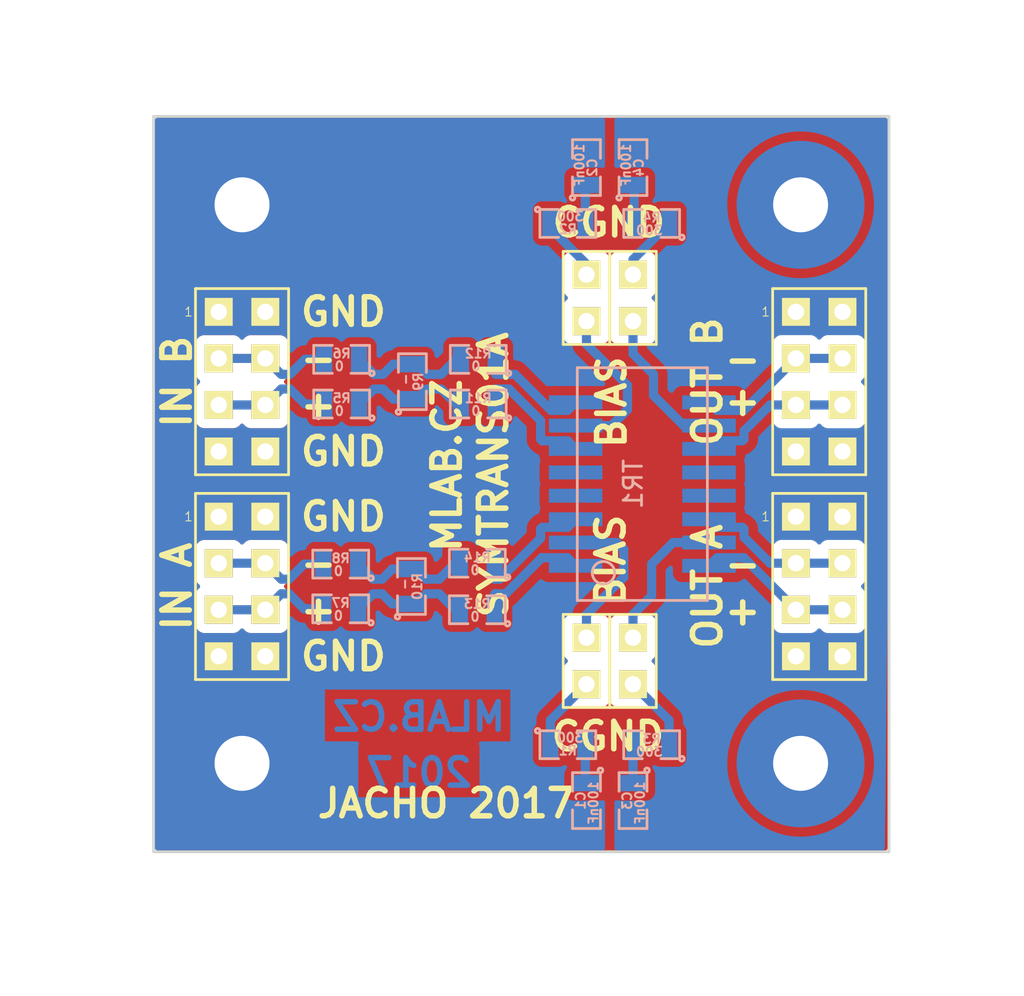
<source format=kicad_pcb>
(kicad_pcb (version 20221018) (generator pcbnew)
  (title_block (title "NAME") (date "%d. %m. %Y") (rev "REV") (company "Mlab www.mlab.cz") (comment 1 "VERSION") (comment 2 "Short description\\nTwo lines are maximum") (comment 3 "nickname <email@example.com>"))
  (layers (0 "F.Cu" signal) (31 "B.Cu" signal) (34 "B.Paste" user) (35 "F.Paste" user) (36 "B.SilkS" user "B.Silkscreen") (37 "F.SilkS" user "F.Silkscreen") (38 "B.Mask" user) (39 "F.Mask" user) (44 "Edge.Cuts" user))
  (net 0 "")
  (net 1 "Net-(C1-Pad1)")
  (net 2 "GND")
  (net 3 "Net-(C2-Pad1)")
  (net 4 "Net-(C3-Pad1)")
  (net 5 "GNDA")
  (net 6 "Net-(C4-Pad1)")
  (net 7 "Net-(J3-Pad1)")
  (net 8 "Net-(J3-Pad2)")
  (net 9 "Net-(J4-Pad1)")
  (net 10 "Net-(J4-Pad2)")
  (net 11 "Net-(J5-Pad1)")
  (net 12 "Net-(J5-Pad2)")
  (net 13 "Net-(J6-Pad1)")
  (net 14 "Net-(J6-Pad2)")
  (net 15 "/AIN-")
  (net 16 "/AIN+")
  (net 17 "/BIN-")
  (net 18 "/BIN+")
  (net 19 "/AOUT-")
  (net 20 "/AOUT+")
  (net 21 "/BOUT-")
  (net 22 "/BOUT+")
  (net 23 "/B2+")
  (net 24 "/B2-")
  (net 25 "/A2+")
  (net 26 "/A2-")
  (net 27 "/B3+")
  (net 28 "/B3-")
  (net 29 "/A3+")
  (net 30 "/A3-")
  (footprint "Mlab_Pin_Headers:Straight_2x04" (layer "F.Cu") (at 5.08 -14.732)
    (fp_text reference "J1" hide)
    (fp_text value "HEADER_2x04_PARALLEL" hide)
    (fp_text user "1" (at -2.921 -3.81) (layer "F.SilkS") (effects (font (size 0.5 0.5) (thickness 0.05))))
    (pad "1" thru_hole rect (at -1.27 -3.81) (size 1.524 1.524) (drill 0.889) (layers "*.Cu" "*.Mask" "F.SilkS") (net 2 "GND"))
    (pad "2" thru_hole rect (at 1.27 -3.81) (size 1.524 1.524) (drill 0.889) (layers "*.Cu" "*.Mask" "F.SilkS") (net 2 "GND"))
    (pad "3" thru_hole rect (at -1.27 -1.27) (size 1.524 1.524) (drill 0.889) (layers "*.Cu" "*.Mask" "F.SilkS") (net 15 "/AIN-"))
    (pad "4" thru_hole rect (at 1.27 -1.27) (size 1.524 1.524) (drill 0.889) (layers "*.Cu" "*.Mask" "F.SilkS") (net 15 "/AIN-"))
    (pad "5" thru_hole rect (at -1.27 1.27) (size 1.524 1.524) (drill 0.889) (layers "*.Cu" "*.Mask" "F.SilkS") (net 16 "/AIN+"))
    (pad "6" thru_hole rect (at 1.27 1.27) (size 1.524 1.524) (drill 0.889) (layers "*.Cu" "*.Mask" "F.SilkS") (net 16 "/AIN+"))
    (pad "7" thru_hole rect (at -1.27 3.81) (size 1.524 1.524) (drill 0.889) (layers "*.Cu" "*.Mask" "F.SilkS") (net 2 "GND"))
    (pad "8" thru_hole rect (at 1.27 3.81) (size 1.524 1.524) (drill 0.889) (layers "*.Cu" "*.Mask" "F.SilkS") (net 2 "GND"))
  )
  (footprint "Mlab_Pin_Headers:Straight_2x04" (layer "F.Cu") (at 5.08 -25.908)
    (fp_text reference "J2" hide)
    (fp_text value "HEADER_2x04_PARALLEL" hide)
    (fp_text user "1" (at -2.921 -3.81) (layer "F.SilkS") (effects (font (size 0.5 0.5) (thickness 0.05))))
    (pad "1" thru_hole rect (at -1.27 -3.81) (size 1.524 1.524) (drill 0.889) (layers "*.Cu" "*.Mask" "F.SilkS") (net 2 "GND"))
    (pad "2" thru_hole rect (at 1.27 -3.81) (size 1.524 1.524) (drill 0.889) (layers "*.Cu" "*.Mask" "F.SilkS") (net 2 "GND"))
    (pad "3" thru_hole rect (at -1.27 -1.27) (size 1.524 1.524) (drill 0.889) (layers "*.Cu" "*.Mask" "F.SilkS") (net 17 "/BIN-"))
    (pad "4" thru_hole rect (at 1.27 -1.27) (size 1.524 1.524) (drill 0.889) (layers "*.Cu" "*.Mask" "F.SilkS") (net 17 "/BIN-"))
    (pad "5" thru_hole rect (at -1.27 1.27) (size 1.524 1.524) (drill 0.889) (layers "*.Cu" "*.Mask" "F.SilkS") (net 18 "/BIN+"))
    (pad "6" thru_hole rect (at 1.27 1.27) (size 1.524 1.524) (drill 0.889) (layers "*.Cu" "*.Mask" "F.SilkS") (net 18 "/BIN+"))
    (pad "7" thru_hole rect (at -1.27 3.81) (size 1.524 1.524) (drill 0.889) (layers "*.Cu" "*.Mask" "F.SilkS") (net 2 "GND"))
    (pad "8" thru_hole rect (at 1.27 3.81) (size 1.524 1.524) (drill 0.889) (layers "*.Cu" "*.Mask" "F.SilkS") (net 2 "GND"))
  )
  (footprint "Mlab_Pin_Headers:Straight_2x01" (layer "F.Cu") (at 23.876 -10.668 -90)
    (fp_text reference "J3" hide)
    (fp_text value "HEADER_1x02" hide)
    (pad "1" thru_hole rect (at -1.27 0 270) (size 1.524 1.524) (drill 0.889) (layers "*.Cu" "*.Mask" "F.SilkS") (net 7 "Net-(J3-Pad1)"))
    (pad "2" thru_hole rect (at 1.27 0 270) (size 1.524 1.524) (drill 0.889) (layers "*.Cu" "*.Mask" "F.SilkS") (net 8 "Net-(J3-Pad2)"))
  )
  (footprint "Mlab_Pin_Headers:Straight_2x01" (layer "F.Cu") (at 23.876 -30.48 90)
    (fp_text reference "J4" hide)
    (fp_text value "HEADER_1x02" hide)
    (pad "1" thru_hole rect (at -1.27 0 90) (size 1.524 1.524) (drill 0.889) (layers "*.Cu" "*.Mask" "F.SilkS") (net 9 "Net-(J4-Pad1)"))
    (pad "2" thru_hole rect (at 1.27 0 90) (size 1.524 1.524) (drill 0.889) (layers "*.Cu" "*.Mask" "F.SilkS") (net 10 "Net-(J4-Pad2)"))
  )
  (footprint "Mlab_Pin_Headers:Straight_2x01" (layer "F.Cu") (at 26.416 -10.668 -90)
    (fp_text reference "J5" hide)
    (fp_text value "HEADER_1x02" hide)
    (pad "1" thru_hole rect (at -1.27 0 270) (size 1.524 1.524) (drill 0.889) (layers "*.Cu" "*.Mask" "F.SilkS") (net 11 "Net-(J5-Pad1)"))
    (pad "2" thru_hole rect (at 1.27 0 270) (size 1.524 1.524) (drill 0.889) (layers "*.Cu" "*.Mask" "F.SilkS") (net 12 "Net-(J5-Pad2)"))
  )
  (footprint "Mlab_Pin_Headers:Straight_2x01" (layer "F.Cu") (at 26.416 -30.48 90)
    (fp_text reference "J6" hide)
    (fp_text value "HEADER_1x02" hide)
    (pad "1" thru_hole rect (at -1.27 0 90) (size 1.524 1.524) (drill 0.889) (layers "*.Cu" "*.Mask" "F.SilkS") (net 13 "Net-(J6-Pad1)"))
    (pad "2" thru_hole rect (at 1.27 0 90) (size 1.524 1.524) (drill 0.889) (layers "*.Cu" "*.Mask" "F.SilkS") (net 14 "Net-(J6-Pad2)"))
  )
  (footprint "Mlab_Pin_Headers:Straight_2x04" (layer "F.Cu") (at 36.576 -14.732)
    (fp_text reference "J7" hide)
    (fp_text value "HEADER_2x04_PARALLEL" hide)
    (fp_text user "1" (at -2.921 -3.81) (layer "F.SilkS") (effects (font (size 0.5 0.5) (thickness 0.05))))
    (pad "1" thru_hole rect (at -1.27 -3.81) (size 1.524 1.524) (drill 0.889) (layers "*.Cu" "*.Mask" "F.SilkS") (net 5 "GNDA"))
    (pad "2" thru_hole rect (at 1.27 -3.81) (size 1.524 1.524) (drill 0.889) (layers "*.Cu" "*.Mask" "F.SilkS") (net 5 "GNDA"))
    (pad "3" thru_hole rect (at -1.27 -1.27) (size 1.524 1.524) (drill 0.889) (layers "*.Cu" "*.Mask" "F.SilkS") (net 19 "/AOUT-"))
    (pad "4" thru_hole rect (at 1.27 -1.27) (size 1.524 1.524) (drill 0.889) (layers "*.Cu" "*.Mask" "F.SilkS") (net 19 "/AOUT-"))
    (pad "5" thru_hole rect (at -1.27 1.27) (size 1.524 1.524) (drill 0.889) (layers "*.Cu" "*.Mask" "F.SilkS") (net 20 "/AOUT+"))
    (pad "6" thru_hole rect (at 1.27 1.27) (size 1.524 1.524) (drill 0.889) (layers "*.Cu" "*.Mask" "F.SilkS") (net 20 "/AOUT+"))
    (pad "7" thru_hole rect (at -1.27 3.81) (size 1.524 1.524) (drill 0.889) (layers "*.Cu" "*.Mask" "F.SilkS") (net 5 "GNDA"))
    (pad "8" thru_hole rect (at 1.27 3.81) (size 1.524 1.524) (drill 0.889) (layers "*.Cu" "*.Mask" "F.SilkS") (net 5 "GNDA"))
  )
  (footprint "Mlab_Pin_Headers:Straight_2x04" (layer "F.Cu") (at 36.576 -25.908)
    (fp_text reference "J8" hide)
    (fp_text value "HEADER_2x04_PARALLEL" hide)
    (fp_text user "1" (at -2.921 -3.81) (layer "F.SilkS") (effects (font (size 0.5 0.5) (thickness 0.05))))
    (pad "1" thru_hole rect (at -1.27 -3.81) (size 1.524 1.524) (drill 0.889) (layers "*.Cu" "*.Mask" "F.SilkS") (net 5 "GNDA"))
    (pad "2" thru_hole rect (at 1.27 -3.81) (size 1.524 1.524) (drill 0.889) (layers "*.Cu" "*.Mask" "F.SilkS") (net 5 "GNDA"))
    (pad "3" thru_hole rect (at -1.27 -1.27) (size 1.524 1.524) (drill 0.889) (layers "*.Cu" "*.Mask" "F.SilkS") (net 21 "/BOUT-"))
    (pad "4" thru_hole rect (at 1.27 -1.27) (size 1.524 1.524) (drill 0.889) (layers "*.Cu" "*.Mask" "F.SilkS") (net 21 "/BOUT-"))
    (pad "5" thru_hole rect (at -1.27 1.27) (size 1.524 1.524) (drill 0.889) (layers "*.Cu" "*.Mask" "F.SilkS") (net 22 "/BOUT+"))
    (pad "6" thru_hole rect (at 1.27 1.27) (size 1.524 1.524) (drill 0.889) (layers "*.Cu" "*.Mask" "F.SilkS") (net 22 "/BOUT+"))
    (pad "7" thru_hole rect (at -1.27 3.81) (size 1.524 1.524) (drill 0.889) (layers "*.Cu" "*.Mask" "F.SilkS") (net 5 "GNDA"))
    (pad "8" thru_hole rect (at 1.27 3.81) (size 1.524 1.524) (drill 0.889) (layers "*.Cu" "*.Mask" "F.SilkS") (net 5 "GNDA"))
  )
  (footprint "Mlab_Mechanical:MountingHole_3mm" (layer "F.Cu") (at 5.08 -35.56)
    (fp_text reference "M1" hide)
    (fp_text value "HOLE" hide)
    (pad "1" thru_hole circle (at 0 0) (size 6 6) (drill 3) (layers "*.Cu" "*.Adhes" "*.Mask") (net 2 "GND") (clearance 1))
  )
  (footprint "Mlab_Mechanical:MountingHole_3mm" (layer "F.Cu") (at 35.56 -35.56)
    (fp_text reference "M2" hide)
    (fp_text value "HOLE" hide)
    (pad "1" thru_hole circle (at 0 0) (size 6 6) (drill 3) (layers "*.Cu" "*.Adhes" "*.Mask") (net 2 "GND") (clearance 1))
  )
  (footprint "Mlab_Mechanical:MountingHole_3mm" (layer "F.Cu") (at 35.56 -5.08)
    (fp_text reference "M3" hide)
    (fp_text value "HOLE" hide)
    (pad "1" thru_hole circle (at 0 0) (size 6 6) (drill 3) (layers "*.Cu" "*.Adhes" "*.Mask") (net 2 "GND") (clearance 1))
  )
  (footprint "Mlab_Mechanical:MountingHole_3mm" (layer "F.Cu") (at 5.08 -5.08)
    (fp_text reference "M4" hide)
    (fp_text value "HOLE" hide)
    (pad "1" thru_hole circle (at 0 0) (size 6 6) (drill 3) (layers "*.Cu" "*.Adhes" "*.Mask") (net 2 "GND") (clearance 1))
  )
  (footprint "Mlab_R:SMD-0805" (layer "B.Cu") (at 23.876 -3.048 -90)
    (fp_text reference "C1" (at 0 0.3175 270) (layer "B.SilkS") (effects (font (size 0.50038 0.50038) (thickness 0.10922)) (justify mirror)))
    (fp_text value "100nF" (at 0.127 -0.381 270) (layer "B.SilkS") (effects (font (size 0.50038 0.50038) (thickness 0.10922)) (justify mirror)))
    (pad "1" smd rect (at -0.9525 0 270) (size 0.889 1.397) (layers "B.Cu" "B.Paste" "B.Mask") (net 1 "Net-(C1-Pad1)"))
    (pad "2" smd rect (at 0.9525 0 270) (size 0.889 1.397) (layers "B.Cu" "B.Paste" "B.Mask") (net 2 "GND"))
  )
  (footprint "Mlab_R:SMD-0805" (layer "B.Cu") (at 23.876 -37.592 90)
    (fp_text reference "C2" (at 0 0.3175 90) (layer "B.SilkS") (effects (font (size 0.50038 0.50038) (thickness 0.10922)) (justify mirror)))
    (fp_text value "100nF" (at 0.127 -0.381 90) (layer "B.SilkS") (effects (font (size 0.50038 0.50038) (thickness 0.10922)) (justify mirror)))
    (pad "1" smd rect (at -0.9525 0 90) (size 0.889 1.397) (layers "B.Cu" "B.Paste" "B.Mask") (net 3 "Net-(C2-Pad1)"))
    (pad "2" smd rect (at 0.9525 0 90) (size 0.889 1.397) (layers "B.Cu" "B.Paste" "B.Mask") (net 2 "GND"))
  )
  (footprint "Mlab_R:SMD-0805" (layer "B.Cu") (at 26.416 -3.048 -90)
    (fp_text reference "C3" (at 0 0.3175 270) (layer "B.SilkS") (effects (font (size 0.50038 0.50038) (thickness 0.10922)) (justify mirror)))
    (fp_text value "100nF" (at 0.127 -0.381 270) (layer "B.SilkS") (effects (font (size 0.50038 0.50038) (thickness 0.10922)) (justify mirror)))
    (pad "1" smd rect (at -0.9525 0 270) (size 0.889 1.397) (layers "B.Cu" "B.Paste" "B.Mask") (net 4 "Net-(C3-Pad1)"))
    (pad "2" smd rect (at 0.9525 0 270) (size 0.889 1.397) (layers "B.Cu" "B.Paste" "B.Mask") (net 5 "GNDA"))
  )
  (footprint "Mlab_R:SMD-0805" (layer "B.Cu") (at 26.416 -37.592 90)
    (fp_text reference "C4" (at 0 0.3175 90) (layer "B.SilkS") (effects (font (size 0.50038 0.50038) (thickness 0.10922)) (justify mirror)))
    (fp_text value "100nF" (at 0.127 -0.381 90) (layer "B.SilkS") (effects (font (size 0.50038 0.50038) (thickness 0.10922)) (justify mirror)))
    (pad "1" smd rect (at -0.9525 0 90) (size 0.889 1.397) (layers "B.Cu" "B.Paste" "B.Mask") (net 6 "Net-(C4-Pad1)"))
    (pad "2" smd rect (at 0.9525 0 90) (size 0.889 1.397) (layers "B.Cu" "B.Paste" "B.Mask") (net 5 "GNDA"))
  )
  (footprint "Mlab_R:SMD-0805" (layer "B.Cu") (at 22.86 -6.096)
    (fp_text reference "R1" (at 0 0.3175) (layer "B.SilkS") (effects (font (size 0.50038 0.50038) (thickness 0.10922)) (justify mirror)))
    (fp_text value "300" (at 0.127 -0.381) (layer "B.SilkS") (effects (font (size 0.50038 0.50038) (thickness 0.10922)) (justify mirror)))
    (pad "1" smd rect (at -0.9525 0) (size 0.889 1.397) (layers "B.Cu" "B.Paste" "B.Mask") (net 8 "Net-(J3-Pad2)"))
    (pad "2" smd rect (at 0.9525 0) (size 0.889 1.397) (layers "B.Cu" "B.Paste" "B.Mask") (net 1 "Net-(C1-Pad1)"))
  )
  (footprint "Mlab_R:SMD-0805" (layer "B.Cu") (at 22.86 -34.544)
    (fp_text reference "R2" (at 0 0.3175) (layer "B.SilkS") (effects (font (size 0.50038 0.50038) (thickness 0.10922)) (justify mirror)))
    (fp_text value "300" (at 0.127 -0.381) (layer "B.SilkS") (effects (font (size 0.50038 0.50038) (thickness 0.10922)) (justify mirror)))
    (pad "1" smd rect (at -0.9525 0) (size 0.889 1.397) (layers "B.Cu" "B.Paste" "B.Mask") (net 10 "Net-(J4-Pad2)"))
    (pad "2" smd rect (at 0.9525 0) (size 0.889 1.397) (layers "B.Cu" "B.Paste" "B.Mask") (net 3 "Net-(C2-Pad1)"))
  )
  (footprint "Mlab_R:SMD-0805" (layer "B.Cu") (at 27.432 -6.096 180)
    (fp_text reference "R3" (at 0 0.3175 180) (layer "B.SilkS") (effects (font (size 0.50038 0.50038) (thickness 0.10922)) (justify mirror)))
    (fp_text value "300" (at 0.127 -0.381 180) (layer "B.SilkS") (effects (font (size 0.50038 0.50038) (thickness 0.10922)) (justify mirror)))
    (pad "1" smd rect (at -0.9525 0 180) (size 0.889 1.397) (layers "B.Cu" "B.Paste" "B.Mask") (net 12 "Net-(J5-Pad2)"))
    (pad "2" smd rect (at 0.9525 0 180) (size 0.889 1.397) (layers "B.Cu" "B.Paste" "B.Mask") (net 4 "Net-(C3-Pad1)"))
  )
  (footprint "Mlab_R:SMD-0805" (layer "B.Cu") (at 27.432 -34.544 180)
    (fp_text reference "R4" (at 0 0.3175 180) (layer "B.SilkS") (effects (font (size 0.50038 0.50038) (thickness 0.10922)) (justify mirror)))
    (fp_text value "300" (at 0.127 -0.381 180) (layer "B.SilkS") (effects (font (size 0.50038 0.50038) (thickness 0.10922)) (justify mirror)))
    (pad "1" smd rect (at -0.9525 0 180) (size 0.889 1.397) (layers "B.Cu" "B.Paste" "B.Mask") (net 14 "Net-(J6-Pad2)"))
    (pad "2" smd rect (at 0.9525 0 180) (size 0.889 1.397) (layers "B.Cu" "B.Paste" "B.Mask") (net 6 "Net-(C4-Pad1)"))
  )
  (footprint "Mlab_R:SMD-0805" (layer "B.Cu") (at 10.5156 -24.6888 180)
    (fp_text reference "R5" (at 0 0.3175 180) (layer "B.SilkS") (effects (font (size 0.50038 0.50038) (thickness 0.10922)) (justify mirror)))
    (fp_text value "0" (at 0.127 -0.381 180) (layer "B.SilkS") (effects (font (size 0.50038 0.50038) (thickness 0.10922)) (justify mirror)))
    (pad "1" smd rect (at -0.9525 0 180) (size 0.889 1.397) (layers "B.Cu" "B.Paste" "B.Mask") (net 23 "/B2+"))
    (pad "2" smd rect (at 0.9525 0 180) (size 0.889 1.397) (layers "B.Cu" "B.Paste" "B.Mask") (net 18 "/BIN+"))
  )
  (footprint "Mlab_R:SMD-0805" (layer "B.Cu") (at 10.5156 -27.1272 180)
    (fp_text reference "R6" (at 0 0.3175 180) (layer "B.SilkS") (effects (font (size 0.50038 0.50038) (thickness 0.10922)) (justify mirror)))
    (fp_text value "0" (at 0.127 -0.381 180) (layer "B.SilkS") (effects (font (size 0.50038 0.50038) (thickness 0.10922)) (justify mirror)))
    (pad "1" smd rect (at -0.9525 0 180) (size 0.889 1.397) (layers "B.Cu" "B.Paste" "B.Mask") (net 24 "/B2-"))
    (pad "2" smd rect (at 0.9525 0 180) (size 0.889 1.397) (layers "B.Cu" "B.Paste" "B.Mask") (net 17 "/BIN-"))
  )
  (footprint "Mlab_R:SMD-0805" (layer "B.Cu") (at 10.4648 -13.5128 180)
    (fp_text reference "R7" (at 0 0.3175 180) (layer "B.SilkS") (effects (font (size 0.50038 0.50038) (thickness 0.10922)) (justify mirror)))
    (fp_text value "0" (at 0.127 -0.381 180) (layer "B.SilkS") (effects (font (size 0.50038 0.50038) (thickness 0.10922)) (justify mirror)))
    (pad "1" smd rect (at -0.9525 0 180) (size 0.889 1.397) (layers "B.Cu" "B.Paste" "B.Mask") (net 25 "/A2+"))
    (pad "2" smd rect (at 0.9525 0 180) (size 0.889 1.397) (layers "B.Cu" "B.Paste" "B.Mask") (net 16 "/AIN+"))
  )
  (footprint "Mlab_R:SMD-0805" (layer "B.Cu") (at 10.4648 -15.9512 180)
    (fp_text reference "R8" (at 0 0.3175 180) (layer "B.SilkS") (effects (font (size 0.50038 0.50038) (thickness 0.10922)) (justify mirror)))
    (fp_text value "0" (at 0.127 -0.381 180) (layer "B.SilkS") (effects (font (size 0.50038 0.50038) (thickness 0.10922)) (justify mirror)))
    (pad "1" smd rect (at -0.9525 0 180) (size 0.889 1.397) (layers "B.Cu" "B.Paste" "B.Mask") (net 26 "/A2-"))
    (pad "2" smd rect (at 0.9525 0 180) (size 0.889 1.397) (layers "B.Cu" "B.Paste" "B.Mask") (net 15 "/AIN-"))
  )
  (footprint "Mlab_R:SMD-0805" (layer "B.Cu") (at 14.3764 -25.908 90)
    (fp_text reference "R9" (at 0 0.3175 90) (layer "B.SilkS") (effects (font (size 0.50038 0.50038) (thickness 0.10922)) (justify mirror)))
    (fp_text value "-" (at 0.127 -0.381 90) (layer "B.SilkS") (effects (font (size 0.50038 0.50038) (thickness 0.10922)) (justify mirror)))
    (pad "1" smd rect (at -0.9525 0 90) (size 0.889 1.397) (layers "B.Cu" "B.Paste" "B.Mask") (net 23 "/B2+"))
    (pad "2" smd rect (at 0.9525 0 90) (size 0.889 1.397) (layers "B.Cu" "B.Paste" "B.Mask") (net 24 "/B2-"))
  )
  (footprint "Mlab_R:SMD-0805" (layer "B.Cu") (at 14.3256 -14.732 90)
    (fp_text reference "R10" (at 0 0.3175 90) (layer "B.SilkS") (effects (font (size 0.50038 0.50038) (thickness 0.10922)) (justify mirror)))
    (fp_text value "-" (at 0.127 -0.381 90) (layer "B.SilkS") (effects (font (size 0.50038 0.50038) (thickness 0.10922)) (justify mirror)))
    (pad "1" smd rect (at -0.9525 0 90) (size 0.889 1.397) (layers "B.Cu" "B.Paste" "B.Mask") (net 25 "/A2+"))
    (pad "2" smd rect (at 0.9525 0 90) (size 0.889 1.397) (layers "B.Cu" "B.Paste" "B.Mask") (net 26 "/A2-"))
  )
  (footprint "Mlab_R:SMD-0805" (layer "B.Cu") (at 17.9705 -24.6888 180)
    (fp_text reference "R11" (at 0 0.3175 180) (layer "B.SilkS") (effects (font (size 0.50038 0.50038) (thickness 0.10922)) (justify mirror)))
    (fp_text value "0" (at 0.127 -0.381 180) (layer "B.SilkS") (effects (font (size 0.50038 0.50038) (thickness 0.10922)) (justify mirror)))
    (pad "1" smd rect (at -0.9525 0 180) (size 0.889 1.397) (layers "B.Cu" "B.Paste" "B.Mask") (net 27 "/B3+"))
    (pad "2" smd rect (at 0.9525 0 180) (size 0.889 1.397) (layers "B.Cu" "B.Paste" "B.Mask") (net 23 "/B2+"))
  )
  (footprint "Mlab_R:SMD-0805" (layer "B.Cu") (at 17.9705 -27.1272 180)
    (fp_text reference "R12" (at 0 0.3175 180) (layer "B.SilkS") (effects (font (size 0.50038 0.50038) (thickness 0.10922)) (justify mirror)))
    (fp_text value "0" (at 0.127 -0.381 180) (layer "B.SilkS") (effects (font (size 0.50038 0.50038) (thickness 0.10922)) (justify mirror)))
    (pad "1" smd rect (at -0.9525 0 180) (size 0.889 1.397) (layers "B.Cu" "B.Paste" "B.Mask") (net 28 "/B3-"))
    (pad "2" smd rect (at 0.9525 0 180) (size 0.889 1.397) (layers "B.Cu" "B.Paste" "B.Mask") (net 24 "/B2-"))
  )
  (footprint "Mlab_R:SMD-0805" (layer "B.Cu") (at 17.9197 -13.462 180)
    (fp_text reference "R13" (at 0 0.3175 180) (layer "B.SilkS") (effects (font (size 0.50038 0.50038) (thickness 0.10922)) (justify mirror)))
    (fp_text value "0" (at 0.127 -0.381 180) (layer "B.SilkS") (effects (font (size 0.50038 0.50038) (thickness 0.10922)) (justify mirror)))
    (pad "1" smd rect (at -0.9525 0 180) (size 0.889 1.397) (layers "B.Cu" "B.Paste" "B.Mask") (net 29 "/A3+"))
    (pad "2" smd rect (at 0.9525 0 180) (size 0.889 1.397) (layers "B.Cu" "B.Paste" "B.Mask") (net 25 "/A2+"))
  )
  (footprint "Mlab_R:SMD-0805" (layer "B.Cu") (at 17.9197 -16.002 180)
    (fp_text reference "R14" (at 0 0.3175 180) (layer "B.SilkS") (effects (font (size 0.50038 0.50038) (thickness 0.10922)) (justify mirror)))
    (fp_text value "0" (at 0.127 -0.381 180) (layer "B.SilkS") (effects (font (size 0.50038 0.50038) (thickness 0.10922)) (justify mirror)))
    (pad "1" smd rect (at -0.9525 0 180) (size 0.889 1.397) (layers "B.Cu" "B.Paste" "B.Mask") (net 30 "/A3-"))
    (pad "2" smd rect (at 0.9525 0 180) (size 0.889 1.397) (layers "B.Cu" "B.Paste" "B.Mask") (net 26 "/A2-"))
  )
  (footprint "Mlab_TR:H110X_H1121_HX1188" (layer "B.Cu") (at 26.924 -20.32 90)
    (fp_text reference "TR1" (at 0 -0.5 90) (layer "B.SilkS") (effects (justify mirror)))
    (fp_text value "H1102NL")
    (pad "1" smd rect (at -4.46 -3.64 90) (size 0.76 2.92) (layers "B.Cu" "B.Paste" "B.Mask") (net 29 "/A3+"))
    (pad "2" smd rect (at -3.19 -3.64 90) (size 0.76 2.92) (layers "B.Cu" "B.Paste" "B.Mask") (net 7 "Net-(J3-Pad1)"))
    (pad "3" smd rect (at -1.92 -3.64 90) (size 0.76 2.92) (layers "B.Cu" "B.Paste" "B.Mask") (net 30 "/A3-"))
    (pad "4" smd rect (at -0.635 -3.64 90) (size 0.76 2.92) (layers "B.Cu" "B.Paste" "B.Mask"))
    (pad "5" smd rect (at 0.635 -3.64 90) (size 0.76 2.92) (layers "B.Cu" "B.Paste" "B.Mask"))
    (pad "6" smd rect (at 1.92 -3.64 90) (size 0.76 2.92) (layers "B.Cu" "B.Paste" "B.Mask") (net 27 "/B3+"))
    (pad "7" smd rect (at 3.19 -3.64 90) (size 0.76 2.92) (layers "B.Cu" "B.Paste" "B.Mask") (net 9 "Net-(J4-Pad1)"))
    (pad "8" smd rect (at 4.46 -3.64 90) (size 0.76 2.92) (layers "B.Cu" "B.Paste" "B.Mask") (net 28 "/B3-"))
    (pad "9" smd rect (at 4.46 3.64 90) (size 0.76 2.92) (layers "B.Cu" "B.Paste" "B.Mask") (net 21 "/BOUT-"))
    (pad "10" smd rect (at 3.19 3.64 90) (size 0.76 2.92) (layers "B.Cu" "B.Paste" "B.Mask") (net 13 "Net-(J6-Pad1)"))
    (pad "11" smd rect (at 1.92 3.64 90) (size 0.76 2.92) (layers "B.Cu" "B.Paste" "B.Mask") (net 22 "/BOUT+"))
    (pad "12" smd rect (at 0.635 3.64 90) (size 0.76 2.92) (layers "B.Cu" "B.Paste" "B.Mask"))
    (pad "13" smd rect (at -0.635 3.64 90) (size 0.76 2.92) (layers "B.Cu" "B.Paste" "B.Mask"))
    (pad "14" smd rect (at -1.92 3.64 90) (size 0.76 2.92) (layers "B.Cu" "B.Paste" "B.Mask") (net 19 "/AOUT-"))
    (pad "15" smd rect (at -3.19 3.64 90) (size 0.76 2.92) (layers "B.Cu" "B.Paste" "B.Mask") (net 11 "Net-(J5-Pad1)"))
    (pad "16" smd rect (at -4.46 3.64 90) (size 0.76 2.92) (layers "B.Cu" "B.Paste" "B.Mask") (net 20 "/AOUT+"))
  )
  (gr_line (start 0.254 -40.386) (end 0.254 -0.254) (stroke (width 0.15)) (layer "Edge.Cuts"))
  (gr_line (start 0.254 -0.254) (end 40.386 -0.254) (stroke (width 0.15)) (layer "Edge.Cuts"))
  (gr_line (start 0.254 -40.386) (end 40.386 -40.386) (stroke (width 0.15)) (layer "Edge.Cuts"))
  (gr_line (start 40.386 -40.386) (end 40.386 -0.254) (stroke (width 0.15)) (layer "Edge.Cuts"))
  (gr_text "MLAB.CZ" (at 14.732 -7.62) (layer "B.Cu") (effects (font (size 1.5 1.5) (thickness 0.3)) (justify mirror)))
  (gr_text "2017" (at 14.732 -4.572) (layer "B.Cu") (effects (font (size 1.5 1.5) (thickness 0.3)) (justify mirror)))
  (gr_text "BIAS" (at 25.1968 -16.1544 90) (layer "F.SilkS") (effects (font (size 1.5 1.5) (thickness 0.3))))
  (gr_text "CGND" (at 25.0444 -6.5532) (layer "F.SilkS") (effects (font (size 1.5 1.5) (thickness 0.3))))
  (gr_text "GND" (at 8.128 -29.718) (layer "F.SilkS") (effects (font (size 1.5 1.5) (thickness 0.3)) (justify left)))
  (gr_text "-" (at 33.528 -26.924 180) (layer "F.SilkS") (effects (font (size 1.5 1.5) (thickness 0.3)) (justify left)))
  (gr_text "+" (at 33.528 -24.638 180) (layer "F.SilkS") (effects (font (size 1.5 1.5) (thickness 0.3)) (justify left)))
  (gr_text "JACHO 2017" (at 16.2052 -2.8956) (layer "F.SilkS") (effects (font (size 1.5 1.5) (thickness 0.3))))
  (gr_text "+" (at 8.128 -13.462) (layer "F.SilkS") (effects (font (size 1.5 1.5) (thickness 0.3)) (justify left)))
  (gr_text "CGND" (at 25.0952 -34.5948) (layer "F.SilkS") (effects (font (size 1.5 1.5) (thickness 0.3))))
  (gr_text "MLAB.CZ" (at 16.256 -21.336 90) (layer "F.SilkS") (effects (font (size 1.5 1.5) (thickness 0.3))))
  (gr_text "-" (at 33.528 -15.748 180) (layer "F.SilkS") (effects (font (size 1.5 1.5) (thickness 0.3)) (justify left)))
  (gr_text "+" (at 8.128 -24.638) (layer "F.SilkS") (effects (font (size 1.5 1.5) (thickness 0.3)) (justify left)))
  (gr_text "-" (at 8.128 -16.002) (layer "F.SilkS") (effects (font (size 1.5 1.5) (thickness 0.3)) (justify left)))
  (gr_text "-" (at 8.128 -27.178) (layer "F.SilkS") (effects (font (size 1.5 1.5) (thickness 0.3)) (justify left)))
  (gr_text "GND" (at 8.128 -18.542) (layer "F.SilkS") (effects (font (size 1.5 1.5) (thickness 0.3)) (justify left)))
  (gr_text "GND" (at 8.128 -22.098) (layer "F.SilkS") (effects (font (size 1.5 1.5) (thickness 0.3)) (justify left)))
  (gr_text "OUT A" (at 30.48 -14.732 90) (layer "F.SilkS") (effects (font (size 1.5 1.5) (thickness 0.3))))
  (gr_text "IN A" (at 1.524 -14.732 90) (layer "F.SilkS") (effects (font (size 1.5 1.5) (thickness 0.3))))
  (gr_text "+" (at 33.528 -13.208 180) (layer "F.SilkS") (effects (font (size 1.5 1.5) (thickness 0.3)) (justify left)))
  (gr_text "SYMTRANS01A" (at 18.796 -20.828 90) (layer "F.SilkS") (effects (font (size 1.5 1.5) (thickness 0.3))))
  (gr_text "GND" (at 8.128 -10.922) (layer "F.SilkS") (effects (font (size 1.5 1.5) (thickness 0.3)) (justify left)))
  (gr_text "IN B" (at 1.524 -25.908 90) (layer "F.SilkS") (effects (font (size 1.5 1.5) (thickness 0.3))))
  (gr_text "OUT B" (at 30.48 -25.908 90) (layer "F.SilkS") (effects (font (size 1.5 1.5) (thickness 0.3))))
  (gr_text "BIAS" (at 25.2476 -24.7904 90) (layer "F.SilkS") (effects (font (size 1.5 1.5) (thickness 0.3))))
  (segment (start 23.8125 -6.096) (end 23.8125 -4.064) (width 0.5) (layer "B.Cu") (net 1))
  (segment (start 23.8125 -4.064) (end 23.876 -4.0005) (width 0.5) (layer "B.Cu") (net 1))
  (segment (start 23.8125 -34.544) (end 23.8125 -36.576) (width 0.5) (layer "B.Cu") (net 3))
  (segment (start 23.8125 -36.576) (end 23.876 -36.6395) (width 0.5) (layer "B.Cu") (net 3))
  (segment (start 26.416 -6.0325) (end 26.4795 -6.096) (width 0.5) (layer "B.Cu") (net 4))
  (segment (start 26.416 -4.0005) (end 26.416 -6.0325) (width 0.5) (layer "B.Cu") (net 4))
  (segment (start 26.4795 -36.576) (end 26.416 -36.6395) (width 0.5) (layer "B.Cu") (net 6))
  (segment (start 26.4795 -34.544) (end 26.4795 -36.576) (width 0.5) (layer "B.Cu") (net 6))
  (segment (start 25.908 -16.764) (end 25.542 -17.13) (width 0.5) (layer "B.Cu") (net 7))
  (segment (start 23.876 -11.938) (end 23.876 -13.2) (width 0.5) (layer "B.Cu") (net 7))
  (segment (start 25.542 -17.13) (end 23.284 -17.13) (width 0.5) (layer "B.Cu") (net 7))
  (segment (start 25.908 -15.232) (end 25.908 -16.764) (width 0.5) (layer "B.Cu") (net 7))
  (segment (start 23.876 -13.2) (end 25.908 -15.232) (width 0.5) (layer "B.Cu") (net 7))
  (segment (start 21.9075 -6.096) (end 21.9075 -7.4295) (width 0.5) (layer "B.Cu") (net 8))
  (segment (start 21.9075 -7.4295) (end 23.876 -9.398) (width 0.5) (layer "B.Cu") (net 8))
  (segment (start 26.1112 -24.3772) (end 26.1112 -25.7128) (width 0.5) (layer "B.Cu") (net 9))
  (segment (start 23.876 -27.948) (end 23.876 -29.21) (width 0.5) (layer "B.Cu") (net 9))
  (segment (start 23.284 -23.51) (end 25.244 -23.51) (width 0.5) (layer "B.Cu") (net 9))
  (segment (start 25.244 -23.51) (end 26.1112 -24.3772) (width 0.5) (layer "B.Cu") (net 9))
  (segment (start 26.1112 -25.7128) (end 23.876 -27.948) (width 0.5) (layer "B.Cu") (net 9))
  (segment (start 23.876 -32.3215) (end 21.9075 -34.29) (width 0.5) (layer "B.Cu") (net 10))
  (segment (start 23.876 -31.75) (end 23.876 -32.3215) (width 0.5) (layer "B.Cu") (net 10))
  (segment (start 21.9075 -34.29) (end 21.9075 -34.544) (width 0.5) (layer "B.Cu") (net 10))
  (segment (start 27.432 -14.224) (end 27.432 -15.958) (width 0.5) (layer "B.Cu") (net 11))
  (segment (start 28.604 -17.13) (end 30.564 -17.13) (width 0.5) (layer "B.Cu") (net 11))
  (segment (start 26.416 -13.208) (end 27.432 -14.224) (width 0.5) (layer "B.Cu") (net 11))
  (segment (start 26.416 -11.938) (end 26.416 -13.208) (width 0.5) (layer "B.Cu") (net 11))
  (segment (start 27.432 -15.958) (end 28.604 -17.13) (width 0.5) (layer "B.Cu") (net 11))
  (segment (start 28.3845 -7.4295) (end 26.416 -9.398) (width 0.5) (layer "B.Cu") (net 12))
  (segment (start 28.3845 -6.096) (end 28.3845 -7.4295) (width 0.5) (layer "B.Cu") (net 12))
  (segment (start 27.5336 -26.3144) (end 26.416 -27.432) (width 0.5) (layer "B.Cu") (net 13))
  (segment (start 30.564 -23.51) (end 29.183998 -23.51) (width 0.5) (layer "B.Cu") (net 13))
  (segment (start 26.416 -27.432) (end 26.416 -29.21) (width 0.5) (layer "B.Cu") (net 13))
  (segment (start 29.183998 -23.51) (end 27.5336 -25.160398) (width 0.5) (layer "B.Cu") (net 13))
  (segment (start 27.5336 -25.160398) (end 27.5336 -26.3144) (width 0.5) (layer "B.Cu") (net 13))
  (segment (start 26.416 -32.5755) (end 28.3845 -34.544) (width 0.5) (layer "B.Cu") (net 14))
  (segment (start 26.416 -31.75) (end 26.416 -32.5755) (width 0.5) (layer "B.Cu") (net 14))
  (segment (start 3.81 -16.002) (end 6.35 -16.002) (width 0.5) (layer "B.Cu") (net 15))
  (segment (start 7.64535 -15.132) (end 8.46455 -15.9512) (width 0.5) (layer "B.Cu") (net 15))
  (segment (start 7.220001 -15.131999) (end 7.64535 -15.132) (width 0.5) (layer "B.Cu") (net 15))
  (segment (start 8.46455 -15.9512) (end 9.5123 -15.9512) (width 0.5) (layer "B.Cu") (net 15))
  (segment (start 6.35 -16.002) (end 7.220001 -15.131999) (width 0.5) (layer "B.Cu") (net 15))
  (segment (start 6.35 -13.462) (end 7.220001 -14.332001) (width 0.5) (layer "B.Cu") (net 16))
  (segment (start 7.220001 -14.332001) (end 7.64535 -14.332) (width 0.5) (layer "B.Cu") (net 16))
  (segment (start 3.81 -13.462) (end 6.35 -13.462) (width 0.5) (layer "B.Cu") (net 16))
  (segment (start 7.64535 -14.332) (end 8.46455 -13.5128) (width 0.5) (layer "B.Cu") (net 16))
  (segment (start 8.46455 -13.5128) (end 9.5123 -13.5128) (width 0.5) (layer "B.Cu") (net 16))
  (segment (start 7.69615 -26.308) (end 8.51535 -27.1272) (width 0.5) (layer "B.Cu") (net 17))
  (segment (start 6.35 -27.178) (end 7.220001 -26.307999) (width 0.5) (layer "B.Cu") (net 17))
  (segment (start 7.220001 -26.307999) (end 7.69615 -26.308) (width 0.5) (layer "B.Cu") (net 17))
  (segment (start 8.51535 -27.1272) (end 9.5631 -27.1272) (width 0.5) (layer "B.Cu") (net 17))
  (segment (start 3.81 -27.178) (end 6.35 -27.178) (width 0.5) (layer "B.Cu") (net 17))
  (segment (start 7.69615 -25.508) (end 8.51535 -24.6888) (width 0.5) (layer "B.Cu") (net 18))
  (segment (start 3.81 -24.638) (end 6.35 -24.638) (width 0.5) (layer "B.Cu") (net 18))
  (segment (start 8.51535 -24.6888) (end 9.5631 -24.6888) (width 0.5) (layer "B.Cu") (net 18))
  (segment (start 7.220001 -25.508001) (end 7.69615 -25.508) (width 0.5) (layer "B.Cu") (net 18))
  (segment (start 6.35 -24.638) (end 7.220001 -25.508001) (width 0.5) (layer "B.Cu") (net 18))
  (segment (start 31.003999 -17.960001) (end 32.384001 -17.960001) (width 0.5) (layer "B.Cu") (net 19))
  (segment (start 30.564 -18.4) (end 31.003999 -17.960001) (width 0.5) (layer "B.Cu") (net 19))
  (segment (start 32.474001 -17.425369) (end 33.89737 -16.002) (width 0.5) (layer "B.Cu") (net 19))
  (segment (start 32.384001 -17.960001) (end 32.474001 -17.870001) (width 0.5) (layer "B.Cu") (net 19))
  (segment (start 33.89737 -16.002) (end 35.306 -16.002) (width 0.5) (layer "B.Cu") (net 19))
  (segment (start 32.474001 -17.870001) (end 32.474001 -17.425369) (width 0.5) (layer "B.Cu") (net 19))
  (segment (start 35.306 -16.002) (end 37.846 -16.002) (width 0.5) (layer "B.Cu") (net 19))
  (segment (start 33.331685 -15.436315) (end 35.306 -13.462) (width 0.5) (layer "B.Cu") (net 20))
  (segment (start 32.468001 -16.299999) (end 33.331685 -15.436315) (width 0.5) (layer "B.Cu") (net 20))
  (segment (start 35.306 -13.462) (end 37.846 -13.462) (width 0.5) (layer "B.Cu") (net 20))
  (segment (start 30.564 -15.86) (end 31.003999 -16.299999) (width 0.5) (layer "B.Cu") (net 20))
  (segment (start 31.003999 -16.299999) (end 32.468001 -16.299999) (width 0.5) (layer "B.Cu") (net 20))
  (segment (start 33.331685 -25.203685) (end 35.306 -27.178) (width 0.5) (layer "B.Cu") (net 21))
  (segment (start 31.003999 -24.340001) (end 32.468001 -24.340001) (width 0.5) (layer "B.Cu") (net 21))
  (segment (start 32.468001 -24.340001) (end 33.331685 -25.203685) (width 0.5) (layer "B.Cu") (net 21))
  (segment (start 30.564 -24.78) (end 31.003999 -24.340001) (width 0.5) (layer "B.Cu") (net 21))
  (segment (start 37.846 -27.178) (end 35.306 -27.178) (width 0.5) (layer "B.Cu") (net 21))
  (segment (start 33.89737 -24.638) (end 35.306 -24.638) (width 0.5) (layer "B.Cu") (net 22))
  (segment (start 31.003999 -22.679999) (end 32.384001 -22.679999) (width 0.5) (layer "B.Cu") (net 22))
  (segment (start 30.564 -22.24) (end 31.003999 -22.679999) (width 0.5) (layer "B.Cu") (net 22))
  (segment (start 32.474001 -23.214631) (end 33.89737 -24.638) (width 0.5) (layer "B.Cu") (net 22))
  (segment (start 32.384001 -22.679999) (end 32.474001 -22.769999) (width 0.5) (layer "B.Cu") (net 22))
  (segment (start 35.306 -24.638) (end 37.846 -24.638) (width 0.5) (layer "B.Cu") (net 22))
  (segment (start 32.474001 -22.769999) (end 32.474001 -23.214631) (width 0.5) (layer "B.Cu") (net 22))
  (segment (start 13.32865 -24.9555) (end 14.3764 -24.9555) (width 0.5) (layer "B.Cu") (net 23))
  (segment (start 16.764 -24.6888) (end 17.018 -24.6888) (width 0.5) (layer "B.Cu") (net 23))
  (segment (start 15.1829 -25.508) (end 15.9448 -25.508) (width 0.5) (layer "B.Cu") (net 23))
  (segment (start 14.3764 -24.9555) (end 14.6304 -24.9555) (width 0.5) (layer "B.Cu") (net 23))
  (segment (start 15.9448 -25.508) (end 16.764 -24.6888) (width 0.5) (layer "B.Cu") (net 23))
  (segment (start 14.6304 -24.9555) (end 15.1829 -25.508) (width 0.5) (layer "B.Cu") (net 23))
  (segment (start 12.77615 -25.508) (end 13.32865 -24.9555) (width 0.5) (layer "B.Cu") (net 23))
  (segment (start 14.3764 -25.0698) (end 14.1224 -25.0698) (width 0.5) (layer "B.Cu") (net 23))
  (segment (start 11.4681 -24.6888) (end 12.287301 -25.508001) (width 0.5) (layer "B.Cu") (net 23))
  (segment (start 12.287301 -25.508001) (end 12.77615 -25.508) (width 0.5) (layer "B.Cu") (net 23))
  (segment (start 16.764 -27.1272) (end 17.018 -27.1272) (width 0.5) (layer "B.Cu") (net 24))
  (segment (start 14.3764 -26.9748) (end 14.1224 -26.9748) (width 0.5) (layer "B.Cu") (net 24))
  (segment (start 15.9448 -26.308) (end 16.764 -27.1272) (width 0.5) (layer "B.Cu") (net 24))
  (segment (start 13.32865 -26.8605) (end 14.3764 -26.8605) (width 0.5) (layer "B.Cu") (net 24))
  (segment (start 12.77615 -26.308) (end 13.32865 -26.8605) (width 0.5) (layer "B.Cu") (net 24))
  (segment (start 14.6304 -26.8605) (end 15.1829 -26.308) (width 0.5) (layer "B.Cu") (net 24))
  (segment (start 15.1829 -26.308) (end 15.9448 -26.308) (width 0.5) (layer "B.Cu") (net 24))
  (segment (start 12.287301 -26.307999) (end 12.77615 -26.308) (width 0.5) (layer "B.Cu") (net 24))
  (segment (start 11.4681 -27.1272) (end 12.287301 -26.307999) (width 0.5) (layer "B.Cu") (net 24))
  (segment (start 14.3764 -26.8605) (end 14.6304 -26.8605) (width 0.5) (layer "B.Cu") (net 24))
  (segment (start 11.4173 -13.5128) (end 12.236501 -14.332001) (width 0.5) (layer "B.Cu") (net 25))
  (segment (start 14.5796 -13.7795) (end 15.1321 -14.332) (width 0.5) (layer "B.Cu") (net 25))
  (segment (start 15.8432 -14.332) (end 16.7132 -13.462) (width 0.5) (layer "B.Cu") (net 25))
  (segment (start 12.72535 -14.332) (end 13.27785 -13.7795) (width 0.5) (layer "B.Cu") (net 25))
  (segment (start 16.7132 -13.462) (end 16.9672 -13.462) (width 0.5) (layer "B.Cu") (net 25))
  (segment (start 14.0716 -13.7795) (end 14.3256 -13.7795) (width 0.5) (layer "B.Cu") (net 25))
  (segment (start 15.1321 -14.332) (end 15.8432 -14.332) (width 0.5) (layer "B.Cu") (net 25))
  (segment (start 12.236501 -14.332001) (end 12.72535 -14.332) (width 0.5) (layer "B.Cu") (net 25))
  (segment (start 14.3256 -13.7795) (end 14.5796 -13.7795) (width 0.5) (layer "B.Cu") (net 25))
  (segment (start 13.27785 -13.7795) (end 14.3256 -13.7795) (width 0.5) (layer "B.Cu") (net 25))
  (segment (start 16.7132 -16.002) (end 16.9672 -16.002) (width 0.5) (layer "B.Cu") (net 26))
  (segment (start 15.1321 -15.132) (end 15.8432 -15.132) (width 0.5) (layer "B.Cu") (net 26))
  (segment (start 12.236502 -15.132) (end 12.72535 -15.132) (width 0.5) (layer "B.Cu") (net 26))
  (segment (start 15.8432 -15.132) (end 16.7132 -16.002) (width 0.5) (layer "B.Cu") (net 26))
  (segment (start 14.5796 -15.6845) (end 15.1321 -15.132) (width 0.5) (layer "B.Cu") (net 26))
  (segment (start 14.3256 -15.6845) (end 14.5796 -15.6845) (width 0.5) (layer "B.Cu") (net 26))
  (segment (start 11.4173 -15.9512) (end 12.236502 -15.132) (width 0.5) (layer "B.Cu") (net 26))
  (segment (start 12.72535 -15.132) (end 13.27785 -15.6845) (width 0.5) (layer "B.Cu") (net 26))
  (segment (start 13.27785 -15.6845) (end 14.3256 -15.6845) (width 0.5) (layer "B.Cu") (net 26))
  (segment (start 14.0716 -15.6845) (end 14.3256 -15.6845) (width 0.5) (layer "B.Cu") (net 26))
  (segment (start 18.923 -25.508) (end 18.923 -24.6888) (width 0.5) (layer "B.Cu") (net 27))
  (segment (start 21.373999 -23.780317) (end 19.646316 -25.508) (width 0.5) (layer "B.Cu") (net 27))
  (segment (start 21.463999 -22.679999) (end 21.373999 -22.769999) (width 0.5) (layer "B.Cu") (net 27))
  (segment (start 23.284 -22.24) (end 22.844001 -22.679999) (width 0.5) (layer "B.Cu") (net 27))
  (segment (start 22.844001 -22.679999) (end 21.463999 -22.679999) (width 0.5) (layer "B.Cu") (net 27))
  (segment (start 19.646316 -25.508) (end 18.923 -25.508) (width 0.5) (layer "B.Cu") (net 27))
  (segment (start 21.373999 -22.769999) (end 21.373999 -23.780317) (width 0.5) (layer "B.Cu") (net 27))
  (segment (start 19.977684 -26.308) (end 18.923 -26.308) (width 0.5) (layer "B.Cu") (net 28))
  (segment (start 23.284 -24.78) (end 22.844001 -24.340001) (width 0.5) (layer "B.Cu") (net 28))
  (segment (start 21.945683 -24.340001) (end 19.977684 -26.308) (width 0.5) (layer "B.Cu") (net 28))
  (segment (start 22.844001 -24.340001) (end 21.945683 -24.340001) (width 0.5) (layer "B.Cu") (net 28))
  (segment (start 18.923 -26.308) (end 18.923 -27.1272) (width 0.5) (layer "B.Cu") (net 28))
  (segment (start 22.844001 -16.299999) (end 21.463999 -16.299999) (width 0.5) (layer "B.Cu") (net 29))
  (segment (start 18.8722 -14.332) (end 18.8722 -13.462) (width 0.5) (layer "B.Cu") (net 29))
  (segment (start 21.450841 -16.313157) (end 19.469684 -14.332) (width 0.5) (layer "B.Cu") (net 29))
  (segment (start 19.469684 -14.332) (end 18.8722 -14.332) (width 0.5) (layer "B.Cu") (net 29))
  (segment (start 21.463999 -16.299999) (end 21.450841 -16.313157) (width 0.5) (layer "B.Cu") (net 29))
  (segment (start 23.284 -15.86) (end 22.844001 -16.299999) (width 0.5) (layer "B.Cu") (net 29))
  (segment (start 18.8722 -15.132) (end 18.8722 -16.002) (width 0.5) (layer "B.Cu") (net 30))
  (segment (start 23.284 -18.4) (end 22.844001 -17.960001) (width 0.5) (layer "B.Cu") (net 30))
  (segment (start 19.138316 -15.132) (end 18.8722 -15.132) (width 0.5) (layer "B.Cu") (net 30))
  (segment (start 21.373999 -17.367683) (end 19.138316 -15.132) (width 0.5) (layer "B.Cu") (net 30))
  (segment (start 21.463999 -17.960001) (end 21.373999 -17.870001) (width 0.5) (layer "B.Cu") (net 30))
  (segment (start 21.373999 -17.870001) (end 21.373999 -17.367683) (width 0.5) (layer "B.Cu") (net 30))
  (segment (start 22.844001 -17.960001) (end 21.463999 -17.960001) (width 0.5) (layer "B.Cu") (net 30))
  (zone (net 2) (net_name "GND") (layer "F.Cu") (connect_pads yes (clearance 0.508)) (min_thickness 0.254) (fill yes (thermal_gap 0.508) (thermal_bridge_width 0.508))
    (polygon (pts (xy 47.244 -45.212) (xy 47.752 5.588) (xy -8.128 7.62) (xy -7.112 -46.736)))
  )
  (zone (net 2) (net_name "GND") (layer "B.Cu") (connect_pads yes (clearance 0.508)) (min_thickness 0.254) (fill yes (thermal_gap 0.508) (thermal_bridge_width 0.508))
    (polygon (pts (xy 43.688 -42.672) (xy 43.18 3.048) (xy -4.064 4.064) (xy -3.048 -43.688)))
  )
  (zone (net 5) (net_name "GNDA") (layer "B.Cu") (priority 1) (connect_pads yes (clearance 0.508)) (min_thickness 0.254) (fill yes (thermal_gap 0.508) (thermal_bridge_width 0.508))
    (polygon (pts (xy 25.4 1.016) (xy 25.4 -27.432) (xy 25.4 -41.656) (xy 40.64 -41.656) (xy 40.132 1.524)))
  )
)
</source>
